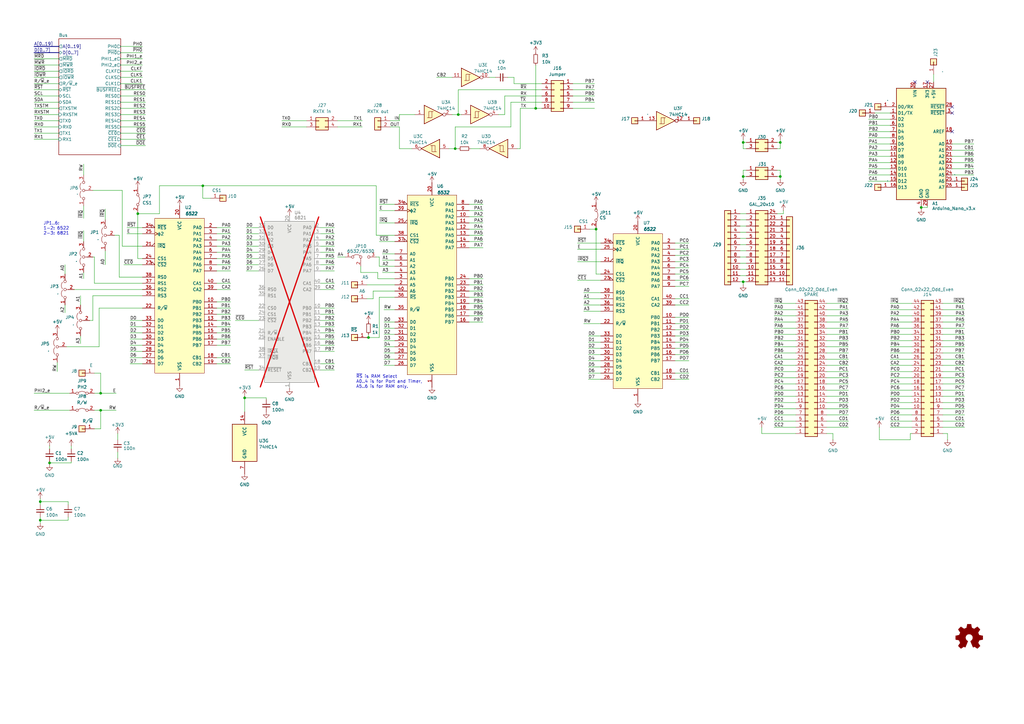
<source format=kicad_sch>
(kicad_sch (version 20231120) (generator "eeschema") (generator_version "8.0")
  (paper "A3")
  (title_block (title "Unicomp v3 - MOS Parallel Board") (date "2024-10-01") (rev "v1.0") (company "100% Offner") (comment 1 "v1.0: Initial"))
  (junction (at 41.275 168.275))
  (junction (at 304.8 72.39))
  (junction (at 16.51 213.36))
  (junction (at 320.04 58.42))
  (junction (at 41.275 161.29))
  (junction (at 244.475 93.98))
  (junction (at 377.825 85.09))
  (junction (at 219.71 44.45))
  (junction (at 151.13 138.43))
  (junction (at 304.8 58.42))
  (junction (at 16.51 205.74))
  (junction (at 56.515 87.63))
  (junction (at 320.04 72.39))
  (junction (at 186.69 60.96))
  (junction (at 187.96 46.99))
  (junction (at 20.32 189.865))
  (junction (at 100.33 163.195))
  (junction (at 304.8 115.57))
  (junction (at 83.185 76.2))
  (no_connect (at 380.365 33.655))
  (no_connect (at 375.285 33.655))
  (no_connect (at 390.525 53.975))
  (no_connect (at 390.525 43.815))
  (no_connect (at 390.525 46.355))
  (wire (pts (xy 241.3 150.495) (xy 246.38 150.495)))
  (wire (pts (xy 377.825 84.455) (xy 377.825 85.09)))
  (wire (pts (xy 53.34 146.685) (xy 58.42 146.685)))
  (wire (pts (xy 155.575 83.82) (xy 161.925 83.82)))
  (wire (pts (xy 83.185 76.2) (xy 154.305 76.2)))
  (wire (pts (xy 386.715 175.26) (xy 395.605 175.26)))
  (wire (pts (xy 303.53 102.87) (xy 306.07 102.87)))
  (wire (pts (xy 386.715 157.48) (xy 395.605 157.48)))
  (wire (pts (xy 151.13 138.43) (xy 155.575 138.43)))
  (wire (pts (xy 303.53 92.71) (xy 306.07 92.71)))
  (wire (pts (xy 13.97 39.37) (xy 24.13 39.37)))
  (wire (pts (xy 246.38 112.395) (xy 244.475 112.395)))
  (wire (pts (xy 88.9 136.525) (xy 94.615 136.525)))
  (wire (pts (xy 13.97 31.75) (xy 24.13 31.75)))
  (wire (pts (xy 131.445 151.765) (xy 137.16 151.765)))
  (wire (pts (xy 276.86 142.875) (xy 282.575 142.875)))
  (wire (pts (xy 386.715 129.54) (xy 395.605 129.54)))
  (wire (pts (xy 320.04 58.42) (xy 320.04 60.96)))
  (wire (pts (xy 390.525 64.135) (xy 399.415 64.135)))
  (wire (pts (xy 304.8 58.42) (xy 306.07 58.42)))
  (wire (pts (xy 13.97 41.91) (xy 24.13 41.91)))
  (wire (pts (xy 88.9 141.605) (xy 94.615 141.605)))
  (wire (pts (xy 156.845 111.76) (xy 161.925 111.76)))
  (wire (pts (xy 234.95 41.91) (xy 243.84 41.91)))
  (wire (pts (xy 131.445 111.125) (xy 137.16 111.125)))
  (wire (pts (xy 234.95 44.45) (xy 243.84 44.45)))
  (wire (pts (xy 53.34 136.525) (xy 58.42 136.525)))
  (wire (pts (xy 53.34 133.985) (xy 58.42 133.985)))
  (wire (pts (xy 241.3 140.335) (xy 246.38 140.335)))
  (wire (pts (xy 339.09 127) (xy 347.98 127)))
  (wire (pts (xy 317.5 154.94) (xy 326.39 154.94)))
  (wire (pts (xy 34.29 67.31) (xy 34.29 71.755)))
  (wire (pts (xy 49.53 34.29) (xy 58.42 34.29)))
  (wire (pts (xy 48.895 96.52) (xy 46.99 96.52)))
  (wire (pts (xy 317.5 167.64) (xy 326.39 167.64)))
  (wire (pts (xy 303.53 105.41) (xy 306.07 105.41)))
  (wire (pts (xy 131.445 93.345) (xy 137.16 93.345)))
  (wire (pts (xy 187.96 36.83) (xy 222.25 36.83)))
  (wire (pts (xy 386.715 127) (xy 395.605 127)))
  (wire (pts (xy 386.715 132.08) (xy 395.605 132.08)))
  (wire (pts (xy 131.445 128.905) (xy 137.16 128.905)))
  (wire (pts (xy 339.09 137.16) (xy 347.98 137.16)))
  (wire (pts (xy 131.445 144.145) (xy 137.16 144.145)))
  (wire (pts (xy 365.125 154.94) (xy 374.015 154.94)))
  (wire (pts (xy 210.82 31.75) (xy 210.82 34.29)))
  (wire (pts (xy 356.235 69.215) (xy 365.125 69.215)))
  (wire (pts (xy 20.32 190.5) (xy 20.32 189.865)))
  (wire (pts (xy 163.83 49.53) (xy 160.02 49.53)))
  (wire (pts (xy 210.82 34.29) (xy 222.25 34.29)))
  (wire (pts (xy 244.475 93.345) (xy 244.475 93.98)))
  (wire (pts (xy 219.71 44.45) (xy 222.25 44.45)))
  (wire (pts (xy 186.69 52.07) (xy 209.55 52.07)))
  (wire (pts (xy 157.48 137.16) (xy 161.925 137.16)))
  (wire (pts (xy 20.32 189.865) (xy 29.21 189.865)))
  (wire (pts (xy 26.67 125.095) (xy 26.67 128.27)))
  (wire (pts (xy 192.405 101.6) (xy 198.12 101.6)))
  (wire (pts (xy 317.5 132.08) (xy 326.39 132.08)))
  (wire (pts (xy 53.34 131.445) (xy 58.42 131.445)))
  (wire (pts (xy 276.86 140.335) (xy 282.575 140.335)))
  (wire (pts (xy 192.405 132.08) (xy 198.12 132.08)))
  (wire (pts (xy 192.405 114.3) (xy 198.12 114.3)))
  (wire (pts (xy 317.5 127) (xy 326.39 127)))
  (wire (pts (xy 386.715 124.46) (xy 395.605 124.46)))
  (wire (pts (xy 50.8 108.585) (xy 58.42 108.585)))
  (wire (pts (xy 209.55 41.91) (xy 222.25 41.91)))
  (wire (pts (xy 276.86 114.935) (xy 282.575 114.935)))
  (wire (pts (xy 40.64 126.365) (xy 40.64 142.24)))
  (wire (pts (xy 320.04 60.96) (xy 318.77 60.96)))
  (wire (pts (xy 41.275 175.895) (xy 41.275 168.275)))
  (wire (pts (xy 187.96 46.99) (xy 185.42 46.99)))
  (wire (pts (xy 43.18 102.87) (xy 43.18 108.585)))
  (wire (pts (xy 276.86 155.575) (xy 282.575 155.575)))
  (wire (pts (xy 365.125 129.54) (xy 374.015 129.54)))
  (wire (pts (xy 304.8 72.39) (xy 304.8 73.66)))
  (wire (pts (xy 100.33 162.56) (xy 100.33 163.195)))
  (wire (pts (xy 168.91 60.96) (xy 163.83 60.96)))
  (wire (pts (xy 49.53 46.99) (xy 59.69 46.99)))
  (wire (pts (xy 303.53 97.79) (xy 306.07 97.79)))
  (wire (pts (xy 154.94 114.3) (xy 161.925 114.3)))
  (wire (pts (xy 23.495 148.59) (xy 23.495 152.4)))
  (wire (pts (xy 88.9 108.585) (xy 94.615 108.585)))
  (wire (pts (xy 38.1 121.285) (xy 58.42 121.285)))
  (wire (pts (xy 386.715 147.32) (xy 395.605 147.32)))
  (wire (pts (xy 156.845 106.68) (xy 161.925 106.68)))
  (wire (pts (xy 219.71 26.67) (xy 219.71 44.45)))
  (wire (pts (xy 150.495 122.555) (xy 153.035 122.555)))
  (wire (pts (xy 380.365 85.09) (xy 380.365 84.455)))
  (wire (pts (xy 13.97 46.99) (xy 24.13 46.99)))
  (wire (pts (xy 386.715 160.02) (xy 395.605 160.02)))
  (wire (pts (xy 157.48 142.24) (xy 161.925 142.24)))
  (wire (pts (xy 234.95 34.29) (xy 243.84 34.29)))
  (wire (pts (xy 49.53 54.61) (xy 59.69 54.61)))
  (wire (pts (xy 88.9 103.505) (xy 94.615 103.505)))
  (wire (pts (xy 365.125 137.16) (xy 374.015 137.16)))
  (wire (pts (xy 276.86 104.775) (xy 282.575 104.775)))
  (wire (pts (xy 34.29 84.455) (xy 34.29 89.535)))
  (wire (pts (xy 53.34 141.605) (xy 58.42 141.605)))
  (wire (pts (xy 13.97 54.61) (xy 24.13 54.61)))
  (wire (pts (xy 138.43 105.41) (xy 141.605 105.41)))
  (wire (pts (xy 13.97 161.29) (xy 28.575 161.29)))
  (wire (pts (xy 339.09 157.48) (xy 347.98 157.48)))
  (wire (pts (xy 192.405 121.92) (xy 198.12 121.92)))
  (wire (pts (xy 303.53 110.49) (xy 306.07 110.49)))
  (wire (pts (xy 303.53 107.95) (xy 306.07 107.95)))
  (wire (pts (xy 390.525 69.215) (xy 399.415 69.215)))
  (wire (pts (xy 38.735 105.41) (xy 38.735 116.205)))
  (wire (pts (xy 27.94 213.36) (xy 16.51 213.36)))
  (wire (pts (xy 304.8 115.57) (xy 306.07 115.57)))
  (wire (pts (xy 317.5 170.18) (xy 326.39 170.18)))
  (wire (pts (xy 365.125 175.26) (xy 374.015 175.26)))
  (wire (pts (xy 276.86 125.095) (xy 282.575 125.095)))
  (wire (pts (xy 88.9 133.985) (xy 94.615 133.985)))
  (wire (pts (xy 358.775 46.355) (xy 365.125 46.355)))
  (wire (pts (xy 339.09 147.32) (xy 347.98 147.32)))
  (wire (pts (xy 157.48 132.08) (xy 161.925 132.08)))
  (wire (pts (xy 239.395 120.015) (xy 246.38 120.015)))
  (wire (pts (xy 373.38 177.8) (xy 373.38 180.34)))
  (wire (pts (xy 49.53 26.67) (xy 58.42 26.67)))
  (wire (pts (xy 304.8 60.96) (xy 306.07 60.96)))
  (wire (pts (xy 339.09 162.56) (xy 347.98 162.56)))
  (wire (pts (xy 49.53 39.37) (xy 59.69 39.37)))
  (wire (pts (xy 154.305 96.52) (xy 154.305 76.2)))
  (wire (pts (xy 151.13 137.16) (xy 151.13 138.43)))
  (wire (pts (xy 386.715 165.1) (xy 395.605 165.1)))
  (wire (pts (xy 236.855 99.695) (xy 246.38 99.695)))
  (wire (pts (xy 192.405 93.98) (xy 198.12 93.98)))
  (wire (pts (xy 207.01 39.37) (xy 207.01 46.99)))
  (wire (pts (xy 339.09 170.18) (xy 347.98 170.18)))
  (wire (pts (xy 276.86 130.175) (xy 282.575 130.175)))
  (wire (pts (xy 320.04 69.85) (xy 320.04 72.39)))
  (wire (pts (xy 153.035 122.555) (xy 153.035 119.38)))
  (wire (pts (xy 154.305 96.52) (xy 161.925 96.52)))
  (wire (pts (xy 50.165 100.965) (xy 50.165 78.105)))
  (wire (pts (xy 303.53 100.33) (xy 306.07 100.33)))
  (wire (pts (xy 192.405 91.44) (xy 198.12 91.44)))
  (wire (pts (xy 192.405 127) (xy 198.12 127)))
  (wire (pts (xy 43.18 85.725) (xy 43.18 90.17)))
  (wire (pts (xy 115.57 52.07) (xy 125.73 52.07)))
  (wire (pts (xy 88.9 126.365) (xy 94.615 126.365)))
  (wire (pts (xy 303.53 113.03) (xy 306.07 113.03)))
  (wire (pts (xy 115.57 49.53) (xy 125.73 49.53)))
  (wire (pts (xy 155.575 99.06) (xy 161.925 99.06)))
  (wire (pts (xy 386.715 170.18) (xy 395.605 170.18)))
  (wire (pts (xy 339.09 154.94) (xy 347.98 154.94)))
  (wire (pts (xy 365.125 142.24) (xy 374.015 142.24)))
  (wire (pts (xy 131.445 98.425) (xy 137.16 98.425)))
  (wire (pts (xy 88.9 128.905) (xy 94.615 128.905)))
  (wire (pts (xy 365.125 134.62) (xy 374.015 134.62)))
  (wire (pts (xy 276.86 147.955) (xy 282.575 147.955)))
  (wire (pts (xy 96.52 131.445) (xy 106.045 131.445)))
  (wire (pts (xy 304.8 72.39) (xy 306.07 72.39)))
  (wire (pts (xy 13.97 34.29) (xy 24.13 34.29)))
  (wire (pts (xy 213.36 60.96) (xy 213.36 44.45)))
  (wire (pts (xy 41.275 153.035) (xy 41.275 161.29)))
  (wire (pts (xy 373.38 177.8) (xy 374.015 177.8)))
  (wire (pts (xy 303.53 95.25) (xy 306.07 95.25)))
  (wire (pts (xy 153.035 119.38) (xy 161.925 119.38)))
  (wire (pts (xy 155.575 109.22) (xy 155.575 105.41)))
  (wire (pts (xy 356.235 64.135) (xy 365.125 64.135)))
  (wire (pts (xy 49.53 31.75) (xy 58.42 31.75)))
  (wire (pts (xy 303.53 115.57) (xy 304.8 115.57)))
  (wire (pts (xy 27.305 142.24) (xy 40.64 142.24)))
  (wire (pts (xy 49.53 41.91) (xy 59.69 41.91)))
  (bus (pts (xy 24.13 19.05) (xy 13.97 19.05)))
  (wire (pts (xy 155.575 86.36) (xy 161.925 86.36)))
  (wire (pts (xy 16.51 205.74) (xy 16.51 207.01)))
  (wire (pts (xy 365.125 167.64) (xy 374.015 167.64)))
  (wire (pts (xy 317.5 134.62) (xy 326.39 134.62)))
  (wire (pts (xy 382.905 30.48) (xy 382.905 33.655)))
  (wire (pts (xy 187.96 46.99) (xy 187.96 36.83)))
  (wire (pts (xy 239.395 125.095) (xy 246.38 125.095)))
  (wire (pts (xy 365.125 124.46) (xy 374.015 124.46)))
  (wire (pts (xy 88.9 111.125) (xy 94.615 111.125)))
  (wire (pts (xy 26.67 108.585) (xy 26.67 112.395)))
  (wire (pts (xy 13.97 57.15) (xy 24.13 57.15)))
  (wire (pts (xy 390.525 66.675) (xy 399.415 66.675)))
  (wire (pts (xy 155.575 105.41) (xy 154.305 105.41)))
  (wire (pts (xy 100.33 163.195) (xy 109.22 163.195)))
  (wire (pts (xy 131.445 149.225) (xy 137.16 149.225)))
  (wire (pts (xy 200.66 31.75) (xy 203.2 31.75)))
  (wire (pts (xy 49.53 57.15) (xy 59.69 57.15)))
  (wire (pts (xy 386.715 154.94) (xy 395.605 154.94)))
  (wire (pts (xy 339.09 129.54) (xy 347.98 129.54)))
  (wire (pts (xy 100.965 98.425) (xy 106.045 98.425)))
  (wire (pts (xy 356.235 56.515) (xy 365.125 56.515)))
  (wire (pts (xy 38.735 153.035) (xy 41.275 153.035)))
  (wire (pts (xy 88.9 95.885) (xy 94.615 95.885)))
  (wire (pts (xy 234.95 39.37) (xy 243.84 39.37)))
  (wire (pts (xy 41.275 161.29) (xy 38.735 161.29)))
  (wire (pts (xy 187.96 60.96) (xy 186.69 60.96)))
  (wire (pts (xy 131.445 95.885) (xy 137.16 95.885)))
  (wire (pts (xy 386.715 142.24) (xy 395.605 142.24)))
  (wire (pts (xy 192.405 129.54) (xy 198.12 129.54)))
  (wire (pts (xy 244.475 112.395) (xy 244.475 93.98)))
  (wire (pts (xy 317.5 124.46) (xy 326.39 124.46)))
  (wire (pts (xy 321.31 87.63) (xy 318.77 87.63)))
  (wire (pts (xy 154.94 111.76) (xy 147.955 111.76)))
  (wire (pts (xy 49.53 24.13) (xy 58.42 24.13)))
  (wire (pts (xy 147.955 111.76) (xy 147.955 109.22)))
  (wire (pts (xy 58.42 106.045) (xy 56.515 106.045)))
  (wire (pts (xy 50.165 78.105) (xy 38.1 78.105)))
  (wire (pts (xy 27.94 212.09) (xy 27.94 213.36)))
  (wire (pts (xy 16.51 214.63) (xy 16.51 213.36)))
  (wire (pts (xy 52.07 95.885) (xy 58.42 95.885)))
  (wire (pts (xy 320.04 69.85) (xy 318.77 69.85)))
  (wire (pts (xy 365.125 147.32) (xy 374.015 147.32)))
  (wire (pts (xy 241.3 153.035) (xy 246.38 153.035)))
  (wire (pts (xy 339.09 139.7) (xy 347.98 139.7)))
  (wire (pts (xy 148.59 52.07) (xy 138.43 52.07)))
  (wire (pts (xy 49.53 49.53) (xy 59.69 49.53)))
  (wire (pts (xy 276.86 107.315) (xy 282.575 107.315)))
  (wire (pts (xy 53.34 149.225) (xy 58.42 149.225)))
  (wire (pts (xy 16.51 213.36) (xy 16.51 212.09)))
  (wire (pts (xy 154.94 114.3) (xy 154.94 111.76)))
  (wire (pts (xy 276.86 145.415) (xy 282.575 145.415)))
  (wire (pts (xy 163.83 52.07) (xy 160.02 52.07)))
  (wire (pts (xy 88.9 123.825) (xy 94.615 123.825)))
  (wire (pts (xy 339.09 144.78) (xy 347.98 144.78)))
  (wire (pts (xy 131.445 133.985) (xy 137.16 133.985)))
  (wire (pts (xy 13.97 36.83) (xy 24.13 36.83)))
  (wire (pts (xy 365.125 172.72) (xy 374.015 172.72)))
  (wire (pts (xy 339.09 142.24) (xy 347.98 142.24)))
  (wire (pts (xy 13.97 52.07) (xy 24.13 52.07)))
  (wire (pts (xy 131.445 108.585) (xy 137.16 108.585)))
  (wire (pts (xy 49.53 52.07) (xy 59.69 52.07)))
  (wire (pts (xy 88.9 146.685) (xy 94.615 146.685)))
  (wire (pts (xy 317.5 149.86) (xy 326.39 149.86)))
  (wire (pts (xy 36.83 131.445) (xy 38.1 131.445)))
  (wire (pts (xy 239.395 127.635) (xy 246.38 127.635)))
  (wire (pts (xy 212.09 60.96) (xy 213.36 60.96)))
  (wire (pts (xy 100.33 163.195) (xy 100.33 168.91)))
  (wire (pts (xy 390.525 59.055) (xy 399.415 59.055)))
  (wire (pts (xy 303.53 87.63) (xy 306.07 87.63)))
  (wire (pts (xy 34.29 111.76) (xy 34.29 114.3)))
  (wire (pts (xy 388.62 177.8) (xy 388.62 180.34)))
  (wire (pts (xy 27.94 205.74) (xy 27.94 207.01)))
  (wire (pts (xy 365.125 152.4) (xy 374.015 152.4)))
  (wire (pts (xy 386.715 149.86) (xy 395.605 149.86)))
  (wire (pts (xy 148.59 49.53) (xy 138.43 49.53)))
  (wire (pts (xy 29.21 189.23) (xy 29.21 189.865)))
  (wire (pts (xy 365.125 149.86) (xy 374.015 149.86)))
  (wire (pts (xy 157.48 144.78) (xy 161.925 144.78)))
  (wire (pts (xy 189.23 46.99) (xy 187.96 46.99)))
  (wire (pts (xy 48.895 113.665) (xy 48.895 96.52)))
  (wire (pts (xy 360.68 175.26) (xy 360.68 180.34)))
  (wire (pts (xy 207.01 46.99) (xy 204.47 46.99)))
  (wire (pts (xy 65.405 87.63) (xy 56.515 87.63)))
  (wire (pts (xy 88.9 116.205) (xy 94.615 116.205)))
  (wire (pts (xy 365.125 139.7) (xy 374.015 139.7)))
  (wire (pts (xy 386.715 162.56) (xy 395.605 162.56)))
  (wire (pts (xy 317.5 162.56) (xy 326.39 162.56)))
  (wire (pts (xy 157.48 149.86) (xy 161.925 149.86)))
  (wire (pts (xy 236.855 102.235) (xy 246.38 102.235)))
  (wire (pts (xy 49.53 36.83) (xy 59.69 36.83)))
  (wire (pts (xy 150.495 138.43) (xy 151.13 138.43)))
  (wire (pts (xy 38.735 175.895) (xy 41.275 175.895)))
  (wire (pts (xy 208.28 31.75) (xy 210.82 31.75)))
  (wire (pts (xy 377.825 85.09) (xy 377.825 85.725)))
  (wire (pts (xy 49.53 59.69) (xy 59.69 59.69)))
  (wire (pts (xy 192.405 124.46) (xy 198.12 124.46)))
  (wire (pts (xy 196.85 60.96) (xy 193.04 60.96)))
  (wire (pts (xy 186.69 60.96) (xy 184.15 60.96)))
  (wire (pts (xy 156.845 104.14) (xy 161.925 104.14)))
  (wire (pts (xy 13.97 29.21) (xy 24.13 29.21)))
  (wire (pts (xy 365.125 165.1) (xy 374.015 165.1)))
  (wire (pts (xy 317.5 175.26) (xy 326.39 175.26)))
  (wire (pts (xy 41.275 168.275) (xy 38.735 168.275)))
  (wire (pts (xy 339.09 132.08) (xy 347.98 132.08)))
  (wire (pts (xy 83.185 81.28) (xy 83.185 76.2)))
  (wire (pts (xy 157.48 147.32) (xy 161.925 147.32)))
  (wire (pts (xy 56.515 86.995) (xy 56.515 87.63)))
  (wire (pts (xy 241.935 93.98) (xy 244.475 93.98)))
  (wire (pts (xy 236.855 114.935) (xy 246.38 114.935)))
  (wire (pts (xy 386.715 134.62) (xy 395.605 134.62)))
  (wire (pts (xy 239.395 122.555) (xy 246.38 122.555)))
  (wire (pts (xy 339.09 165.1) (xy 347.98 165.1)))
  (wire (pts (xy 192.405 99.06) (xy 198.12 99.06)))
  (wire (pts (xy 339.09 177.8) (xy 341.63 177.8)))
  (wire (pts (xy 48.26 185.42) (xy 48.26 187.96)))
  (wire (pts (xy 131.445 126.365) (xy 137.16 126.365)))
  (wire (pts (xy 209.55 52.07) (xy 209.55 41.91)))
  (wire (pts (xy 276.86 137.795) (xy 282.575 137.795)))
  (wire (pts (xy 356.235 51.435) (xy 365.125 51.435)))
  (wire (pts (xy 100.965 95.885) (xy 106.045 95.885)))
  (wire (pts (xy 192.405 116.84) (xy 198.12 116.84)))
  (wire (pts (xy 13.97 44.45) (xy 24.13 44.45)))
  (wire (pts (xy 304.8 116.84) (xy 304.8 115.57)))
  (wire (pts (xy 339.09 134.62) (xy 347.98 134.62)))
  (wire (pts (xy 83.185 76.2) (xy 65.405 76.2)))
  (wire (pts (xy 41.275 161.29) (xy 47.625 161.29)))
  (wire (pts (xy 150.495 116.84) (xy 161.925 116.84)))
  (wire (pts (xy 131.445 136.525) (xy 137.16 136.525)))
  (wire (pts (xy 88.9 139.065) (xy 94.615 139.065)))
  (wire (pts (xy 131.445 118.745) (xy 137.16 118.745)))
  (wire (pts (xy 276.86 112.395) (xy 282.575 112.395)))
  (wire (pts (xy 49.53 19.05) (xy 58.42 19.05)))
  (wire (pts (xy 377.825 85.09) (xy 380.365 85.09)))
  (wire (pts (xy 339.09 152.4) (xy 347.98 152.4)))
  (wire (pts (xy 192.405 83.82) (xy 198.12 83.82)))
  (wire (pts (xy 100.965 93.345) (xy 106.045 93.345)))
  (wire (pts (xy 386.715 167.64) (xy 395.605 167.64)))
  (wire (pts (xy 155.575 121.92) (xy 155.575 138.43)))
  (wire (pts (xy 192.405 86.36) (xy 198.12 86.36)))
  (wire (pts (xy 276.86 109.855) (xy 282.575 109.855)))
  (wire (pts (xy 109.22 163.195) (xy 109.22 163.83)))
  (wire (pts (xy 192.405 96.52) (xy 198.12 96.52)))
  (wire (pts (xy 241.3 147.955) (xy 246.38 147.955)))
  (wire (pts (xy 65.405 76.2) (xy 65.405 87.63)))
  (wire (pts (xy 131.445 100.965) (xy 137.16 100.965)))
  (wire (pts (xy 356.235 59.055) (xy 365.125 59.055)))
  (wire (pts (xy 49.53 21.59) (xy 58.42 21.59)))
  (wire (pts (xy 170.18 46.99) (xy 163.83 46.99)))
  (wire (pts (xy 13.97 24.13) (xy 24.13 24.13)))
  (wire (pts (xy 356.235 74.295) (xy 365.125 74.295)))
  (wire (pts (xy 317.5 142.24) (xy 326.39 142.24)))
  (wire (pts (xy 239.395 132.715) (xy 246.38 132.715)))
  (wire (pts (xy 13.97 26.67) (xy 24.13 26.67)))
  (wire (pts (xy 317.5 144.78) (xy 326.39 144.78)))
  (wire (pts (xy 320.04 72.39) (xy 320.04 73.66)))
  (wire (pts (xy 38.1 131.445) (xy 38.1 121.285)))
  (wire (pts (xy 38.1 105.41) (xy 38.735 105.41)))
  (wire (pts (xy 365.125 170.18) (xy 374.015 170.18)))
  (wire (pts (xy 155.575 91.44) (xy 161.925 91.44)))
  (wire (pts (xy 317.5 152.4) (xy 326.39 152.4)))
  (wire (pts (xy 49.53 44.45) (xy 59.69 44.45)))
  (wire (pts (xy 276.86 135.255) (xy 282.575 135.255)))
  (wire (pts (xy 40.64 126.365) (xy 58.42 126.365)))
  (wire (pts (xy 320.04 57.15) (xy 320.04 58.42)))
  (wire (pts (xy 276.86 99.695) (xy 282.575 99.695)))
  (wire (pts (xy 386.715 172.72) (xy 395.605 172.72)))
  (wire (pts (xy 390.525 71.755) (xy 399.415 71.755)))
  (wire (pts (xy 131.445 139.065) (xy 137.16 139.065)))
  (wire (pts (xy 317.5 147.32) (xy 326.39 147.32)))
  (wire (pts (xy 33.02 137.795) (xy 33.02 140.97)))
  (wire (pts (xy 241.3 137.795) (xy 246.38 137.795)))
  (wire (pts (xy 234.95 36.83) (xy 243.84 36.83)))
  (wire (pts (xy 317.5 129.54) (xy 326.39 129.54)))
  (wire (pts (xy 365.125 127) (xy 374.015 127)))
  (wire (pts (xy 53.34 139.065) (xy 58.42 139.065)))
  (wire (pts (xy 100.965 106.045) (xy 106.045 106.045)))
  (wire (pts (xy 52.07 93.345) (xy 58.42 93.345)))
  (wire (pts (xy 356.235 71.755) (xy 365.125 71.755)))
  (wire (pts (xy 100.33 151.765) (xy 106.045 151.765)))
  (wire (pts (xy 100.965 111.125) (xy 106.045 111.125)))
  (wire (pts (xy 241.3 145.415) (xy 246.38 145.415)))
  (wire (pts (xy 339.09 175.26) (xy 347.98 175.26)))
  (wire (pts (xy 339.09 160.02) (xy 347.98 160.02)))
  (wire (pts (xy 49.53 29.21) (xy 58.42 29.21)))
  (wire (pts (xy 155.575 121.92) (xy 161.925 121.92)))
  (wire (pts (xy 356.235 61.595) (xy 365.125 61.595)))
  (wire (pts (xy 317.5 157.48) (xy 326.39 157.48)))
  (wire (pts (xy 276.86 117.475) (xy 282.575 117.475)))
  (wire (pts (xy 276.86 153.035) (xy 282.575 153.035)))
  (wire (pts (xy 88.9 118.745) (xy 94.615 118.745)))
  (wire (pts (xy 356.235 48.895) (xy 365.125 48.895)))
  (wire (pts (xy 20.32 182.88) (xy 20.32 184.15)))
  (wire (pts (xy 192.405 88.9) (xy 198.12 88.9)))
  (wire (pts (xy 365.125 157.48) (xy 374.015 157.48)))
  (wire (pts (xy 131.445 141.605) (xy 137.16 141.605)))
  (wire (pts (xy 16.51 205.74) (xy 27.94 205.74)))
  (wire (pts (xy 317.5 160.02) (xy 326.39 160.02)))
  (wire (pts (xy 356.235 53.975) (xy 365.125 53.975)))
  (wire (pts (xy 53.34 144.145) (xy 58.42 144.145)))
  (wire (pts (xy 163.83 46.99) (xy 163.83 49.53)))
  (wire (pts (xy 157.48 134.62) (xy 161.925 134.62)))
  (wire (pts (xy 365.125 144.78) (xy 374.015 144.78)))
  (wire (pts (xy 320.04 72.39) (xy 318.77 72.39)))
  (wire (pts (xy 48.26 177.8) (xy 48.26 180.34)))
  (wire (pts (xy 13.97 49.53) (xy 24.13 49.53)))
  (wire (pts (xy 163.83 60.96) (xy 163.83 52.07)))
  (wire (pts (xy 155.575 109.22) (xy 161.925 109.22)))
  (wire (pts (xy 131.445 106.045) (xy 137.16 106.045)))
  (wire (pts (xy 157.48 139.7) (xy 161.925 139.7)))
  (wire (pts (xy 365.125 162.56) (xy 374.015 162.56)))
  (bus (pts (xy 24.13 21.59) (xy 13.97 21.59)))
  (wire (pts (xy 304.8 57.15) (xy 304.8 58.42)))
  (wire (pts (xy 390.525 61.595) (xy 399.415 61.595)))
  (wire (pts (xy 386.715 144.78) (xy 395.605 144.78)))
  (wire (pts (xy 100.965 100.965) (xy 106.045 100.965)))
  (wire (pts (xy 276.86 132.715) (xy 282.575 132.715)))
  (wire (pts (xy 317.5 139.7) (xy 326.39 139.7)))
  (wire (pts (xy 365.125 132.08) (xy 374.015 132.08)))
  (wire (pts (xy 236.855 107.315) (xy 246.38 107.315)))
  (wire (pts (xy 386.715 137.16) (xy 395.605 137.16)))
  (wire (pts (xy 88.9 100.965) (xy 94.615 100.965)))
  (wire (pts (xy 386.715 177.8) (xy 388.62 177.8)))
  (wire (pts (xy 365.125 160.02) (xy 374.015 160.02)))
  (wire (pts (xy 360.68 180.34) (xy 373.38 180.34)))
  (wire (pts (xy 312.42 177.8) (xy 326.39 177.8)))
  (wire (pts (xy 131.445 131.445) (xy 137.16 131.445)))
  (wire (pts (xy 276.86 122.555) (xy 282.575 122.555)))
  (wire (pts (xy 30.48 118.745) (xy 58.42 118.745)))
  (wire (pts (xy 88.9 131.445) (xy 94.615 131.445)))
  (wire (pts (xy 192.405 119.38) (xy 198.12 119.38)))
  (wire (pts (xy 356.235 66.675) (xy 365.125 66.675)))
  (wire (pts (xy 34.29 94.615) (xy 34.29 99.06)))
  (wire (pts (xy 157.48 127) (xy 161.925 127)))
  (wire (pts (xy 186.69 60.96) (xy 186.69 52.07)))
  (wire (pts (xy 317.5 137.16) (xy 326.39 137.16)))
  (wire (pts (xy 241.3 142.875) (xy 246.38 142.875)))
  (wire (pts (xy 88.9 106.045) (xy 94.615 106.045)))
  (wire (pts (xy 13.97 168.275) (xy 28.575 168.275)))
  (wire (pts (xy 33.02 121.285) (xy 33.02 125.095)))
  (wire (pts (xy 20.32 189.865) (xy 20.32 189.23)))
  (wire (pts (xy 131.445 116.205) (xy 137.16 116.205)))
  (wire (pts (xy 339.09 167.64) (xy 347.98 167.64)))
  (wire (pts (xy 86.36 81.28) (xy 83.185 81.28)))
  (wire (pts (xy 304.8 69.85) (xy 306.07 69.85)))
  (wire (pts (xy 339.09 124.46) (xy 347.98 124.46)))
  (wire (pts (xy 321.31 86.36) (xy 321.31 87.63)))
  (wire (pts (xy 48.895 113.665) (xy 58.42 113.665)))
  (wire (pts (xy 38.735 116.205) (xy 58.42 116.205)))
  (wire (pts (xy 88.9 149.225) (xy 94.615 149.225)))
  (wire (pts (xy 320.04 58.42) (xy 318.77 58.42)))
  (wire (pts (xy 317.5 172.72) (xy 326.39 172.72)))
  (wire (pts (xy 386.715 152.4) (xy 395.605 152.4)))
  (wire (pts (xy 16.51 204.47) (xy 16.51 205.74)))
  (wire (pts (xy 88.9 93.345) (xy 94.615 93.345)))
  (wire (pts (xy 56.515 106.045) (xy 56.515 87.63)))
  (wire (pts (xy 339.09 172.72) (xy 347.98 172.72)))
  (wire (pts (xy 213.36 44.45) (xy 219.71 44.45)))
  (wire (pts (xy 304.8 69.85) (xy 304.8 72.39)))
  (wire (pts (xy 29.21 182.88) (xy 29.21 184.15)))
  (wire (pts (xy 100.965 103.505) (xy 106.045 103.505)))
  (wire (pts (xy 304.8 58.42) (xy 304.8 60.96)))
  (wire (pts (xy 303.53 90.17) (xy 306.07 90.17)))
  (wire (pts (xy 41.275 168.275) (xy 47.625 168.275)))
  (wire (pts (xy 131.445 103.505) (xy 137.16 103.505)))
  (wire (pts (xy 312.42 175.26) (xy 312.42 177.8)))
  (wire (pts (xy 241.3 155.575) (xy 246.38 155.575)))
  (wire (pts (xy 339.09 149.86) (xy 347.98 149.86)))
  (wire (pts (xy 100.965 108.585) (xy 106.045 108.585)))
  (wire (pts (xy 88.9 98.425) (xy 94.615 98.425)))
  (wire (pts (xy 276.86 102.235) (xy 282.575 102.235)))
  (wire (pts (xy 341.63 177.8) (xy 341.63 180.34)))
  (wire (pts (xy 185.42 31.75) (xy 179.07 31.75)))
  (wire (pts (xy 386.715 139.7) (xy 395.605 139.7)))
  (wire (pts (xy 207.01 39.37) (xy 222.25 39.37)))
  (wire (pts (xy 50.165 100.965) (xy 58.42 100.965)))
  (wire (pts (xy 317.5 165.1) (xy 326.39 165.1)))
  (text "~{RS} is RAM Select\nA0..4 is for Port and Timer,\nA5..6 is for RAM only." (at 146.05 159.385 0) (effects (font (size 1.27 1.27)) (justify left bottom)))
  (text "JP1..6:\n1-2: 6522\n2-3: 6821" (at 17.78 96.52 0) (effects (font (size 1.27 1.27)) (justify left bottom)))
  (label "PA5" (at 198.12 96.52 180))
  (label "D6" (at 100.965 108.585 0))
  (label "PC3" (at 395.605 154.94 180))
  (label "~{IOWR}" (at 13.97 31.75 0))
  (label "PA7" (at 94.615 111.125 180))
  (label "PD7" (at 282.575 147.955 180))
  (label "PB7" (at 94.615 141.605 180))
  (label "IN" (at 163.83 49.53 180))
  (label "SDA" (at 13.97 41.91 0))
  (label "PA1" (at 356.235 59.055 0))
  (label "D5" (at 100.965 106.045 0))
  (label "PC5" (at 347.98 157.48 180))
  (label "PA3" (at 395.605 129.54 180))
  (label "PA4" (at 365.125 132.08 0))
  (label "PB0" (at 317.5 137.16 0))
  (label "PD3" (at 282.575 137.795 180))
  (label "RES3" (at 59.69 46.99 180))
  (label "PB7" (at 137.16 144.145 180))
  (label "D4" (at 100.965 103.505 0))
  (label "PB1" (at 356.235 51.435 0))
  (label "PC3" (at 347.98 154.94 180))
  (label "A2" (at 26.67 128.27 90))
  (label "PB6" (at 399.415 64.135 180))
  (label "PB2" (at 94.615 128.905 180))
  (label "TX" (at 215.9 44.45 180))
  (label "RW" (at 34.29 67.31 270))
  (label "PA4" (at 317.5 132.08 0))
  (label "PA6" (at 198.12 99.06 180))
  (label "~{IRQ}" (at 155.575 91.44 0))
  (label "D7" (at 157.48 149.86 0))
  (label "PA6" (at 365.125 134.62 0))
  (label "PA7" (at 243.84 36.83 180))
  (label "PD5" (at 395.605 167.64 180))
  (label "~{RST}" (at 236.855 99.695 0))
  (label "PHI2_e" (at 58.42 26.67 180))
  (label "PD4" (at 282.575 140.335 180))
  (label "PA6" (at 137.16 108.585 180))
  (label "CB2" (at 347.98 149.86 180))
  (label "PA6" (at 94.615 108.585 180))
  (label "~{IRQ2}" (at 236.855 107.315 0))
  (label "D2" (at 157.48 137.16 0))
  (label "D3" (at 241.3 145.415 0))
  (label "D2" (at 53.34 136.525 0))
  (label "TX0" (at 13.97 49.53 0))
  (label "PC7" (at 395.605 160.02 180))
  (label "CB1" (at 399.415 61.595 180))
  (label "PD3" (at 347.98 165.1 180))
  (label "A3" (at 239.395 127.635 0))
  (label "PB1" (at 198.12 116.84 180))
  (label "PD6" (at 365.125 170.18 0))
  (label "~{IRQ}" (at 34.29 89.535 90))
  (label "CA1" (at 94.615 116.205 180))
  (label "PH0" (at 58.42 19.05 180))
  (label "PD2" (at 317.5 165.1 0))
  (label "A2" (at 239.395 125.095 0))
  (label "TXSTM" (at 13.97 44.45 0))
  (label "PB6" (at 365.125 144.78 0))
  (label "PA5" (at 94.615 106.045 180))
  (label "PA1" (at 198.12 86.36 180))
  (label "CLKS" (at 58.42 31.75 180))
  (label "PB4" (at 399.415 69.215 180))
  (label "D6" (at 157.48 147.32 0))
  (label "RW" (at 157.48 127 0))
  (label "A1" (at 33.02 121.285 270))
  (label "PB5" (at 94.615 136.525 180))
  (label "PB1" (at 347.98 137.16 180))
  (label "PB4" (at 137.16 136.525 180))
  (label "PB0" (at 94.615 123.825 180))
  (label "A0" (at 239.395 120.015 0))
  (label "A3" (at 33.02 140.97 90))
  (label "TX1" (at 13.97 54.61 0))
  (label "PC2" (at 365.125 154.94 0))
  (label "RX1" (at 13.97 57.15 0))
  (label "CC1" (at 365.125 172.72 0))
  (label "A0" (at 43.18 108.585 90))
  (label "PB3" (at 137.16 133.985 180))
  (label "PB6" (at 317.5 144.78 0))
  (label "PB6" (at 198.12 129.54 180))
  (label "PB0" (at 243.84 39.37 180))
  (label "~{RX}" (at 213.36 36.83 0))
  (label "~{RST}" (at 155.575 83.82 0))
  (label "PC1" (at 395.605 152.4 180))
  (label "~{IRQ}" (at 365.125 124.46 0))
  (label "D1" (at 53.34 133.985 0))
  (label "PC6" (at 365.125 160.02 0))
  (label "A1" (at 239.395 122.555 0))
  (label "A1" (at 34.29 114.3 90))
  (label "~{RST}" (at 13.97 36.83 0))
  (label "R{slash}~{W}_e" (at 13.97 34.29 0))
  (label "~{PH0}" (at 58.42 21.59 180))
  (label "A4" (at 138.43 105.41 0))
  (label "CLKF" (at 58.42 29.21 180))
  (label "D0" (at 100.965 93.345 0))
  (label "PB4" (at 198.12 124.46 180))
  (label "PD5" (at 282.575 142.875 180))
  (label "D1" (at 100.965 95.885 0))
  (label "~{IRQ}" (at 317.5 124.46 0))
  (label "PA3" (at 198.12 91.44 180))
  (label "PB6" (at 137.16 141.605 180))
  (label "PA0" (at 356.235 56.515 0))
  (label "PA1" (at 395.605 127 180))
  (label "A1" (at 156.845 106.68 0))
  (label "D4" (at 157.48 142.24 0))
  (label "D1" (at 241.3 140.335 0))
  (label "PB5" (at 399.415 66.675 180))
  (label "PC6" (at 317.5 160.02 0))
  (label "PA6" (at 356.235 71.755 0))
  (label "PA2" (at 317.5 129.54 0))
  (label "~{RST}" (at 52.07 93.345 0))
  (label "~{TX}" (at 213.36 41.91 0))
  (label "PA4" (at 94.615 103.505 180))
  (label "PD1" (at 347.98 162.56 180))
  (label "PC2" (at 282.575 104.775 180))
  (label "CC2" (at 317.5 175.26 0))
  (label "CA2" (at 365.125 149.86 0))
  (label "PA4" (at 137.16 103.505 180))
  (label "~{IORD}" (at 13.97 29.21 0))
  (label "CA1" (at 356.235 74.295 0))
  (label "PA0" (at 317.5 127 0))
  (label "CD2" (at 395.605 175.26 180))
  (label "~{IRQ2}" (at 347.98 124.46 180))
  (label "D0" (at 53.34 131.445 0))
  (label "PA2" (at 137.16 98.425 180))
  (label "RW" (at 47.625 168.275 180))
  (label "PB6" (at 94.615 139.065 180))
  (label "PA3" (at 94.615 100.965 180))
  (label "PB3" (at 94.615 131.445 180))
  (label "D5" (at 157.48 144.78 0))
  (label "D3" (at 53.34 139.065 0))
  (label "RX0" (at 115.57 52.07 0))
  (label "PC4" (at 365.125 157.48 0))
  (label "PC1" (at 347.98 152.4 180))
  (label "PB1" (at 137.16 128.905 180))
  (label "~{IRQ}" (at 34.29 94.615 270))
  (label "PA2" (at 94.615 98.425 180))
  (label "PD4" (at 365.125 167.64 0))
  (label "PA7" (at 137.16 111.125 180))
  (label "TX0" (at 115.57 49.53 0))
  (label "D6" (at 241.3 153.035 0))
  (label "PA5" (at 137.16 106.045 180))
  (label "PA7" (at 347.98 134.62 180))
  (label "D7" (at 241.3 155.575 0))
  (label "PB7" (at 243.84 34.29 180))
  (label "D3" (at 157.48 139.7 0))
  (label "~{CE0}" (at 59.69 54.61 180))
  (label "~{CE0}" (at 155.575 99.06 0))
  (label "A0" (at 26.67 108.585 270))
  (label "R{slash}~{W}_e" (at 13.97 168.275 0))
  (label "SCL" (at 13.97 39.37 0))
  (label "E" (at 155.575 86.36 0))
  (label "RES0" (at 59.69 39.37 180))
  (label "CLK1" (at 58.42 34.29 180))
  (label "PB1" (at 94.615 126.365 180))
  (label "CB2" (at 395.605 149.86 180))
  (label "PC0" (at 282.575 99.695 180))
  (label "PB7" (at 395.605 144.78 180))
  (label "PB7" (at 399.415 59.055 180))
  (label "PB2" (at 365.125 139.7 0))
  (label "PHI2_e" (at 13.97 161.29 0))
  (label "PB7" (at 198.12 132.08 180))
  (label "PB3" (at 399.415 71.755 180))
  (label "PA1" (at 137.16 95.885 180))
  (label "CB2" (at 179.07 31.75 0))
  (label "CD1" (at 282.575 153.035 180))
  (label "PC3" (at 282.575 107.315 180))
  (label "PD3" (at 395.605 165.1 180))
  (label "TX1" (at 148.59 49.53 180))
  (label "PA4" (at 356.235 66.675 0))
  (label "PA1" (at 347.98 127 180))
  (label "PD6" (at 282.575 145.415 180))
  (label "D[0..7]" (at 13.97 21.59 0))
  (label "CA2" (at 137.16 118.745 180))
  (label "PA0" (at 365.125 127 0))
  (label "PD7" (at 347.98 170.18 180))
  (label "PD6" (at 317.5 170.18 0))
  (label "~{MWR}" (at 13.97 26.67 0))
  (label "~{CE0}" (at 96.52 131.445 0))
  (label "PC0" (at 317.5 152.4 0))
  (label "D5" (at 241.3 150.495 0))
  (label "CB1" (at 347.98 147.32 180))
  (label "A2" (at 156.845 109.22 0))
  (label "CB2" (at 94.615 149.225 180))
  (label "RXSTM" (at 13.97 46.99 0))
  (label "RW" (at 239.395 132.715 0))
  (label "A3" (at 156.845 111.76 0))
  (label "PA6" (at 317.5 134.62 0))
  (label "~{IRQ}" (at 43.18 85.725 270))
  (label "PD4" (at 317.5 167.64 0))
  (label "~{CE1}" (at 59.69 57.15 180))
  (label "PB5" (at 137.16 139.065 180))
  (label "CA1" (at 365.125 147.32 0))
  (label "CD2" (at 347.98 175.26 180))
  (label "CB1" (at 94.615 146.685 180))
  (label "PB7" (at 347.98 144.78 180))
  (label "OUT" (at 163.83 52.07 180))
  (label "PB0" (at 356.235 48.895 0))
  (label "PA5" (at 395.605 132.08 180))
  (label "PB4" (at 317.5 142.24 0))
  (label "PD0" (at 282.575 130.175 180))
  (label "CA1" (at 137.16 116.205 180))
  (label "RW" (at 23.495 152.4 90))
  (label "RX" (at 213.36 39.37 0))
  (label "PA0" (at 94.615 93.345 180))
  (label "PB4" (at 94.615 133.985 180))
  (label "D5" (at 53.34 144.145 0))
  (label "PB0" (at 198.12 114.3 180))
  (label "PB3" (at 198.12 121.92 180))
  (label "PA2" (at 198.12 88.9 180))
  (label "CD1" (at 395.605 172.72 180))
  (label "PD0" (at 365.125 162.56 0))
  (label "PB5" (at 395.605 142.24 180))
  (label "PA5" (at 347.98 132.08 180))
  (label "PA5" (at 356.235 69.215 0))
  (label "PD1" (at 282.575 132.715 180))
  (label "PB5" (at 347.98 142.24 180))
  (label "PA3" (at 347.98 129.54 180))
  (label "PC6" (at 282.575 114.935 180))
  (label "PA4" (at 198.12 93.98 180))
  (label "D3" (at 100.965 100.965 0))
  (label "~{BUSFREE}" (at 59.69 36.83 180))
  (label "CC2" (at 282.575 125.095 180))
  (label "PB1" (at 395.605 137.16 180))
  (label "D1" (at 157.48 134.62 0))
  (label "PC7" (at 282.575 117.475 180))
  (label "E" (at 47.625 161.29 180))
  (label "PA3" (at 356.235 64.135 0))
  (label "PB3" (at 395.605 139.7 180))
  (label "~{CE0}" (at 50.8 108.585 0))
  (label "CA2" (at 317.5 149.86 0))
  (label "PB2" (at 198.12 119.38 180))
  (label "PC1" (at 282.575 102.235 180))
  (label "D6" (at 53.34 146.685 0))
  (label "PB0" (at 365.125 137.16 0))
  (label "PA0" (at 137.16 93.345 180))
  (label "~{CE1}" (at 236.855 114.935 0))
  (label "PB3" (at 347.98 139.7 180))
  (label "PC7" (at 347.98 160.02 180))
  (label "PC4" (at 282.575 109.855 180))
  (label "PD2" (at 365.125 165.1 0))
  (label "CC1" (at 317.5 172.72 0))
  (label "A[0..19]" (at 13.97 19.05 0))
  (label "CB1" (at 137.16 149.225 180))
  (label "E" (at 52.07 95.885 0))
  (label "D7" (at 53.34 149.225 0))
  (label "PC5" (at 282.575 112.395 180))
  (label "PB5" (at 198.12 127 180))
  (label "~{MRD}" (at 13.97 24.13 0))
  (label "PA1" (at 94.615 95.885 180))
  (label "D7" (at 100.965 111.125 0))
  (label "PC5" (at 395.605 157.48 180))
  (label "PA2" (at 356.235 61.595 0))
  (label "A0" (at 156.845 104.14 0))
  (label "PD1" (at 395.605 162.56 180))
  (label "PB2" (at 356.235 53.975 0))
  (label "~{DOE}" (at 59.69 59.69 180))
  (label "PB2" (at 137.16 131.445 180))
  (label "E" (at 236.855 102.235 0))
  (label "CC2" (at 365.125 175.26 0))
  (label "PC2" (at 317.5 154.94 0))
  (label "D2" (at 100.965 98.425 0))
  (label "CB2" (at 137.16 151.765 180))
  (label "CC1" (at 282.575 122.555 180))
  (label "PB4" (at 243.84 41.91 180))
  (label "D0" (at 241.3 137.795 0))
  (label "CD1" (at 347.98 172.72 180))
  (label "PD0" (at 317.5 162.56 0))
  (label "RES5" (at 59.69 52.07 180))
  (label "PB4" (at 365.125 142.24 0))
  (label "RX1" (at 148.59 52.07 180))
  (label "D2" (at 241.3 142.875 0))
  (label "PB2" (at 317.5 139.7 0))
  (label "CA1" (at 317.5 147.32 0))
  (label "RX0" (at 13.97 52.07 0))
  (label "PD7" (at 395.605 170.18 180))
  (label "RES4" (at 59.69 49.53 180))
  (label "PD2" (at 282.575 135.255 180))
  (label "RES1" (at 59.69 41.91 180))
  (label "PB0" (at 137.16 126.365 180))
  (label "PA3" (at 137.16 100.965 180))
  (label "~{RST}" (at 100.33 151.765 0))
  (label "D4" (at 53.34 141.605 0))
  (label "CD2" (at 282.575 155.575 180))
  (label "PC0" (at 365.125 152.4 0))
  (label "PA2" (at 365.125 129.54 0))
  (label "D0" (at 157.48 132.08 0))
  (label "~{IRQ2}" (at 395.605 124.46 180))
  (label "PA7" (at 395.605 134.62 180))
  (label "RES2" (at 59.69 44.45 180))
  (label "D4" (at 241.3 147.955 0))
  (label "CB1" (at 395.605 147.32 180))
  (label "CA2" (at 94.615 118.745 180))
  (label "PC4" (at 317.5 157.48 0))
  (label "PHI1_e" (at 58.42 24.13 180))
  (label "PA0" (at 198.12 83.82 180))
  (label "PA7" (at 198.12 101.6 180))
  (label "PD5" (at 347.98 167.64 180))
  (symbol (lib_id "Connector_Generic:Conn_01x01") (at 395.605 74.295 0) (unit 1) (in_bom no)
    (property "Reference" "J24" (at 397.637 73.4603 0) (effects (justify left)))
    (property "Value" "." (at 391.16 71.12 0) (effects (justify left)))
    (property "Footprint" "Connector_PinHeader_2.00mm:PinHeader_1x01_P2.00mm_Vertical" (effects (hide yes)))
  )
  (symbol (lib_id "Jumper:Jumper_2_Bridged") (at 56.515 81.915 270) (unit 1) (in_bom no)
    (property "Reference" "JP7" (at 58.42 80.6449 90) (effects (justify left)))
    (property "Value" "CS1" (at 58.42 83.1849 90) (effects (justify left)))
    (property "Footprint" "Jumper:SolderJumper-2_P1.3mm_Bridged_RoundedPad1.0x1.5mm" (effects (hide yes)))
  )
  (symbol (lib_id "power:+5V") (at 312.42 175.26 0) (unit 1)
    (property "Reference" "#PWR034" (effects (hide yes)))
    (property "Value" "+5V" (at 312.42 171.6842 0))
  )
  (symbol (lib_id "Jumper:Jumper_2_Bridged") (at 244.475 88.265 270) (unit 1) (in_bom no)
    (property "Reference" "JP11" (at 245.872 87.241 90) (effects (justify left)))
    (property "Value" "CS" (at 245.872 89.289 90) (effects (justify left)))
    (property "Footprint" "Jumper:SolderJumper-2_P1.3mm_Bridged_RoundedPad1.0x1.5mm" (effects (hide yes)))
  )
  (symbol (lib_id "Interface:6821") (at 118.745 123.825 0) (unit 1) (in_bom no) (on_board no) (dnp yes)
    (property "Reference" "U4" (at 120.7009 87.225 0) (effects (justify left)))
    (property "Value" "6821" (at 120.7009 89.273 0) (effects (justify left)))
    (property "Footprint" "Package_DIP:DIP-40_W15.24mm" (effects (hide yes)))
    (property "Datasheet" "http://pdf.datasheetcatalog.com/datasheet/motorola/6821.pdf" (effects (hide yes)))
  )
  (symbol (lib_id "power:GND") (at 388.62 180.34 0) (unit 1)
    (property "Reference" "#PWR029" (effects (hide yes)))
    (property "Value" "GND" (at 388.62 184.7834 0))
  )
  (symbol (lib_id "Connector_Generic:Conn_01x01") (at 360.045 76.835 0) (mirror y) (unit 1) (in_bom no)
    (property "Reference" "J22" (at 358.013 76.0003 0) (effects (justify left)))
    (property "Value" "." (at 364.49 73.66 0) (effects (justify left)))
    (property "Footprint" "Connector_PinHeader_2.00mm:PinHeader_1x01_P2.00mm_Vertical" (effects (hide yes)))
  )
  (symbol (lib_id "Jumper:Jumper_2_Bridged") (at 33.655 168.275 0) (unit 1) (in_bom no)
    (property "Reference" "JP8" (at 33.655 162.56 0))
    (property "Value" "R/W" (at 33.655 165.1 0))
    (property "Footprint" "Jumper:SolderJumper-2_P1.3mm_Bridged_RoundedPad1.0x1.5mm" (effects (hide yes)))
  )
  (symbol (lib_id "power:+3V3") (at 100.33 162.56 0) (unit 1)
    (property "Reference" "#PWR018" (effects (hide yes)))
    (property "Value" "+3V3" (at 100.33 158.9842 0))
  )
  (symbol (lib_id "power:+5V") (at 23.495 135.89 0) (unit 1)
    (property "Reference" "#PWR014" (effects (hide yes)))
    (property "Value" "+5V" (at 23.495 131.945 0))
  )
  (symbol (lib_id "Connector_Generic:Conn_01x01") (at 33.655 153.035 0) (mirror y) (unit 1) (in_bom no)
    (property "Reference" "J8" (at 31.623 152.2003 0) (effects (justify left)))
    (property "Value" "E" (at 38.1 149.86 0) (effects (justify left)))
    (property "Footprint" "Connector_PinHeader_2.00mm:PinHeader_1x01_P2.00mm_Vertical" (effects (hide yes)))
  )
  (symbol (lib_id "power:+3V3") (at 48.26 177.8 0) (unit 1)
    (property "Reference" "#PWR08" (effects (hide yes)))
    (property "Value" "+3V3" (at 48.26 174.2242 0))
    (property "Description" "Power symbol creates a global label with name \"+3V3\"" (effects (hide yes)))
  )
  (symbol (lib_id "Device:C_Small") (at 29.21 186.69 0) (unit 1)
    (property "Reference" "C2" (at 31.5341 185.8616 0) (effects (justify left)))
    (property "Value" "100n" (at 31.5341 188.3985 0) (effects (justify left)))
    (property "Footprint" "Capacitor_SMD:C_1206_3216Metric" (effects (hide yes)))
    (property "Description" "Unpolarized capacitor, small symbol" (effects (hide yes)))
  )
  (symbol (lib_id "power:GND") (at 320.04 73.66 0) (unit 1)
    (property "Reference" "#PWR039" (effects (hide yes)))
    (property "Value" "GND" (at 320.04 78.1034 0))
  )
  (symbol (lib_id "74xx:74HC14") (at 177.8 46.99 0) (unit 1)
    (property "Reference" "U3" (at 182.88 41.9131 0))
    (property "Value" "74HC14" (at 182.88 44.45 0))
    (property "Footprint" "Package_SO:SOIC-14_3.9x8.7mm_P1.27mm" (effects (hide yes)))
    (property "Datasheet" "http://www.ti.com/lit/gpn/sn74HC14" (effects (hide yes)))
  )
  (symbol (lib_id "Device:C_Small") (at 205.74 31.75 90) (unit 1)
    (property "Reference" "C9" (at 205.7463 25.4 90))
    (property "Value" "10n" (at 205.7463 27.94 90))
    (property "Footprint" "Capacitor_SMD:C_1206_3216Metric" (effects (hide yes)))
  )
  (symbol (lib_id "Connector_Generic:Conn_01x12") (at 298.45 100.33 0) (mirror y) (unit 1) (in_bom no)
    (property "Reference" "J29" (at 295.91 100.3299 0) (effects (justify left)))
    (property "Value" "Conn_01x12" (effects (hide yes)))
    (property "Footprint" "Connector_PinSocket_2.54mm:PinSocket_1x12_P2.54mm_Vertical" (effects (hide yes)))
    (property "Description" "Generic connector, single row, 01x12, script generated (kicad-library-utils/schlib/autogen/connector/)" (effects (hide yes)))
  )
  (symbol (lib_id "74xx:74HC14") (at 193.04 31.75 0) (unit 5)
    (property "Reference" "U3" (at 198.12 26.6731 0))
    (property "Value" "74HC14" (at 198.12 29.21 0))
    (property "Footprint" "Package_SO:SOIC-14_3.9x8.7mm_P1.27mm" (effects (hide yes)))
    (property "Datasheet" "http://www.ti.com/lit/gpn/sn74HC14" (effects (hide yes)))
  )
  (symbol (lib_id "Connector_Generic:Conn_01x01") (at 145.415 138.43 0) (mirror y) (unit 1) (in_bom no)
    (property "Reference" "J13" (at 143.383 137.5953 0) (effects (justify left)))
    (property "Value" "~{RS}" (at 146.558 135.382 0) (effects (justify left)))
    (property "Footprint" "Connector_PinHeader_2.00mm:PinHeader_1x01_P2.00mm_Vertical" (effects (hide yes)))
  )
  (symbol (lib_id "65xx:W65C22NxP") (at 73.66 121.285 0) (unit 1)
    (property "Reference" "U2" (at 75.8541 85.09 0) (effects (justify left)))
    (property "Value" "6522" (at 75.8541 87.63 0) (effects (font (bold yes) (italic yes)) (justify left)))
    (property "Footprint" "Package_DIP:DIP-40_W15.24mm_Socket" (effects (hide yes)))
    (property "Datasheet" "http://www.westerndesigncenter.com/wdc/documentation/w65c22.pdf" (effects (hide yes)))
  )
  (symbol (lib_id "Connector_Generic:Conn_01x01") (at 145.415 116.84 0) (mirror y) (unit 1) (in_bom no)
    (property "Reference" "J11" (at 143.383 116.0053 0) (effects (justify left)))
    (property "Value" "A5" (at 151.13 113.665 0) (effects (justify left)))
    (property "Footprint" "Connector_PinHeader_2.00mm:PinHeader_1x01_P2.00mm_Vertical" (effects (hide yes)))
  )
  (symbol (lib_id "65xx:W65C22NxP") (at 261.62 127.635 0) (unit 1)
    (property "Reference" "U7" (at 263.8141 91.44 0) (effects (justify left)))
    (property "Value" "6522" (at 263.8141 93.98 0) (effects (font (bold yes) (italic yes)) (justify left)))
    (property "Footprint" "Package_DIP:DIP-40_W15.24mm_Socket" (effects (hide yes)))
    (property "Datasheet" "http://www.westerndesigncenter.com/wdc/documentation/w65c22.pdf" (effects (hide yes)))
  )
  (symbol (lib_id "Jumper:Jumper_3_Open") (at 43.18 96.52 90) (unit 1)
    (property "Reference" "JP1" (at 40.64 95.2499 90) (effects (justify left)))
    (property "Value" "." (at 40.64 97.7899 90) (effects (justify left)))
    (property "Footprint" "Connector_PinHeader_2.54mm:PinHeader_1x03_P2.54mm_Vertical" (effects (hide yes)))
  )
  (symbol (lib_id "power:GND") (at 261.62 164.465 0) (unit 1)
    (property "Reference" "#PWR032" (effects (hide yes)))
    (property "Value" "GND" (at 261.62 168.9084 0))
  )
  (symbol (lib_id "Connector_Generic:Conn_01x01") (at 145.415 122.555 0) (mirror y) (unit 1) (in_bom no)
    (property "Reference" "J12" (at 143.383 121.7203 0) (effects (justify left)))
    (property "Value" "A6" (at 149.86 119.38 0) (effects (justify left)))
    (property "Footprint" "Connector_PinHeader_2.00mm:PinHeader_1x01_P2.00mm_Vertical" (effects (hide yes)))
  )
  (symbol (lib_id "power:+5V") (at 360.68 175.26 0) (unit 1)
    (property "Reference" "#PWR028" (effects (hide yes)))
    (property "Value" "+5V" (at 360.68 171.6842 0))
  )
  (symbol (lib_id "power:GND") (at 304.8 73.66 0) (unit 1)
    (property "Reference" "#PWR040" (effects (hide yes)))
    (property "Value" "GND" (at 304.8 78.1034 0))
  )
  (symbol (lib_id "Connector_Generic:Conn_01x01") (at 260.35 49.53 0) (mirror y) (unit 1) (in_bom no)
    (property "Reference" "J17" (at 258.318 48.6953 0) (effects (justify left)))
    (property "Value" "." (at 266.065 46.355 0) (effects (justify left)))
    (property "Footprint" "Connector_PinHeader_2.00mm:PinHeader_1x01_P2.00mm_Vertical" (effects (hide yes)))
  )
  (symbol (lib_id "Device:R_Small") (at 219.71 24.13 0) (unit 1)
    (property "Reference" "R3" (at 222.25 22.8599 0) (effects (justify left)))
    (property "Value" "10k" (at 222.25 25.3999 0) (effects (justify left)))
    (property "Footprint" "Resistor_SMD:R_1206_3216Metric_Pad1.30x1.75mm_HandSolder" (effects (hide yes)))
  )
  (symbol (lib_id "power:GND") (at 304.8 116.84 0) (unit 1)
    (property "Reference" "#PWR042" (effects (hide yes)))
    (property "Value" "GND" (at 304.8 121.2834 0))
  )
  (symbol (lib_id "power:+5V") (at 73.66 84.455 0) (unit 1)
    (property "Reference" "#PWR016" (effects (hide yes)))
    (property "Value" "+5V" (at 73.66 80.8792 0))
  )
  (symbol (lib_id "power:+5V") (at 304.8 57.15 0) (unit 1)
    (property "Reference" "#PWR037" (effects (hide yes)))
    (property "Value" "+5V" (at 304.8 53.5742 0))
  )
  (symbol (lib_id "74xx:74HC14") (at 100.33 181.61 0) (unit 7)
    (property "Reference" "U3" (at 106.172 180.7753 0) (effects (justify left)))
    (property "Value" "74HC14" (at 106.172 183.3122 0) (effects (justify left)))
    (property "Footprint" "Package_SO:SOIC-14_3.9x8.7mm_P1.27mm" (effects (hide yes)))
    (property "Datasheet" "http://www.ti.com/lit/gpn/sn74HC14" (effects (hide yes)))
  )
  (symbol (lib_id "power:+5V") (at 177.165 74.93 0) (unit 1)
    (property "Reference" "#PWR026" (effects (hide yes)))
    (property "Value" "+5V" (at 177.165 71.3542 0))
  )
  (symbol (lib_id "Connector_Generic:Conn_01x01") (at 91.44 81.28 0) (unit 1) (in_bom no)
    (property "Reference" "J10" (at 93.472 80.4453 0) (effects (justify left)))
    (property "Value" "CS1" (at 86.995 78.105 0) (effects (justify left)))
    (property "Footprint" "Connector_PinHeader_2.00mm:PinHeader_1x01_P2.00mm_Vertical" (effects (hide yes)))
  )
  (symbol (lib_id "Device:R_Small") (at 151.13 134.62 0) (unit 1)
    (property "Reference" "R1" (at 152.6286 133.7853 0) (effects (justify left)))
    (property "Value" "1k" (at 152.6286 136.3222 0) (effects (justify left)))
    (property "Footprint" "Resistor_SMD:R_1206_3216Metric_Pad1.30x1.75mm_HandSolder" (effects (hide yes)))
  )
  (symbol (lib_id "power:GND") (at 118.745 159.385 0) (unit 1)
    (property "Reference" "#PWR022" (effects (hide yes)))
    (property "Value" "GND" (at 118.745 163.8284 0))
  )
  (symbol (lib_id "Jumper:Jumper_3_Open") (at 33.02 131.445 90) (unit 1)
    (property "Reference" "JP4" (at 30.48 130.1749 90) (effects (justify left)))
    (property "Value" "." (at 30.48 132.7149 90) (effects (justify left)))
    (property "Footprint" "Connector_PinHeader_2.54mm:PinHeader_1x03_P2.54mm_Vertical" (effects (hide yes)))
  )
  (symbol (lib_id "Device:C_Small") (at 16.51 209.55 0) (unit 1)
    (property "Reference" "C6" (at 18.8341 208.7216 0) (effects (justify left)))
    (property "Value" "100n" (at 18.8341 211.2585 0) (effects (justify left)))
    (property "Footprint" "Capacitor_SMD:C_1206_3216Metric" (effects (hide yes)))
  )
  (symbol (lib_id "Connector_Generic:Conn_01x01") (at 285.75 49.53 0) (unit 1) (in_bom no)
    (property "Reference" "J18" (at 287.782 48.6953 0) (effects (justify left)))
    (property "Value" "." (at 281.305 46.355 0) (effects (justify left)))
    (property "Footprint" "Connector_PinHeader_2.00mm:PinHeader_1x01_P2.00mm_Vertical" (effects (hide yes)))
  )
  (symbol (lib_id "Jumper:Jumper_2_Bridged") (at 33.655 161.29 0) (unit 1) (in_bom no)
    (property "Reference" "JP9" (at 33.655 156.21 0))
    (property "Value" "PH2" (at 33.655 158.75 0))
    (property "Footprint" "Jumper:SolderJumper-2_P1.3mm_Bridged_RoundedPad1.0x1.5mm" (effects (hide yes)))
  )
  (symbol (lib_id "74xx:74HC14") (at 176.53 60.96 0) (mirror y) (unit 3)
    (property "Reference" "U3" (at 171.45 55.8831 0))
    (property "Value" "74HC14" (at 171.45 58.42 0))
    (property "Footprint" "Package_SO:SOIC-14_3.9x8.7mm_P1.27mm" (effects (hide yes)))
    (property "Datasheet" "http://www.ti.com/lit/gpn/sn74HC14" (effects (hide yes)))
  )
  (symbol (lib_id "power:GND") (at 16.51 214.63 0) (unit 1)
    (property "Reference" "#PWR013" (effects (hide yes)))
    (property "Value" "GND" (at 16.51 219.0734 0))
  )
  (symbol (lib_id "power:GND") (at 177.165 158.75 0) (unit 1)
    (property "Reference" "#PWR027" (effects (hide yes)))
    (property "Value" "GND" (at 177.165 163.1934 0))
  )
  (symbol (lib_id "Connector_Generic:Conn_02x05_Odd_Even") (at 229.87 39.37 0) (mirror y) (unit 1)
    (property "Reference" "J16" (at 228.6 27.94 0))
    (property "Value" "Jumper" (at 228.6 30.48 0))
    (property "Footprint" "Connector_PinSocket_2.54mm:PinSocket_2x05_P2.54mm_Vertical" (effects (hide yes)))
    (property "Description" "Generic connector, double row, 02x05, odd/even pin numbering scheme (row 1 odd numbers, row 2 even numbers), script generated (kicad-library-utils/schlib/autogen/connector/)" (effects (hide yes)))
  )
  (symbol (lib_id "power:+5V") (at 244.475 83.185 0) (unit 1)
    (property "Reference" "#PWR030" (effects (hide yes)))
    (property "Value" "+5V" (at 244.475 79.6092 0))
  )
  (symbol (lib_id "power:+5V") (at 320.04 57.15 0) (mirror y) (unit 1)
    (property "Reference" "#PWR038" (effects (hide yes)))
    (property "Value" "+5V" (at 320.04 53.5742 0))
  )
  (symbol (lib_id "power:GND") (at 20.32 190.5 0) (unit 1)
    (property "Reference" "#PWR03" (effects (hide yes)))
    (property "Value" "GND" (at 20.32 194.9434 0))
    (property "Description" "Power symbol creates a global label with name \"GND\" , ground" (effects (hide yes)))
  )
  (symbol (lib_id "Connector_Generic:Conn_02x12_Counter_Clockwise") (at 311.15 100.33 0) (unit 1) (in_bom no)
    (property "Reference" "J35" (at 312.42 81.28 0))
    (property "Value" "GAL_20x10" (at 312.42 83.82 0))
    (property "Footprint" "Package_DIP:DIP-24_W7.62mm" (effects (hide yes)))
    (property "Description" "Generic connector, double row, 02x12, counter clockwise pin numbering scheme (similar to DIP package numbering), script generated (kicad-library-utils/schlib/autogen/connector/)" (effects (hide yes)))
  )
  (symbol (lib_id "65xx:6532") (at 177.165 116.84 0) (unit 1)
    (property "Reference" "U6" (at 179.1844 76.3486 0) (effects (justify left)))
    (property "Value" "6532" (at 179.1844 78.9569 0) (effects (font (bold yes) (italic yes)) (justify left)))
    (property "Footprint" "Package_DIP:DIP-40_W15.24mm_Socket" (effects (hide yes)))
    (property "Datasheet" "http://www.6502.org/documents/datasheets/mos/mos_6532_riot.pdf" (effects (hide yes)))
  )
  (symbol (lib_id "74xx:74HC14") (at 204.47 60.96 0) (mirror y) (unit 4)
    (property "Reference" "U3" (at 199.39 55.8831 0))
    (property "Value" "74HC14" (at 199.39 58.42 0))
    (property "Footprint" "Package_SO:SOIC-14_3.9x8.7mm_P1.27mm" (effects (hide yes)))
    (property "Datasheet" "http://www.ti.com/lit/gpn/sn74HC14" (effects (hide yes)))
  )
  (symbol (lib_id "Device:C_Small") (at 109.22 166.37 0) (unit 1)
    (property "Reference" "C8" (at 111.5441 165.5416 0) (effects (justify left)))
    (property "Value" "100n" (at 111.5441 168.0785 0) (effects (justify left)))
    (property "Footprint" "Capacitor_SMD:C_1206_3216Metric" (effects (hide yes)))
  )
  (symbol (lib_id "power:GND") (at 48.26 187.96 0) (unit 1)
    (property "Reference" "#PWR09" (effects (hide yes)))
    (property "Value" "GND" (at 48.26 191.135 0))
    (property "Description" "Power symbol creates a global label with name \"GND\" , ground" (effects (hide yes)))
  )
  (symbol (lib_id "power:GND") (at 73.66 158.115 0) (unit 1)
    (property "Reference" "#PWR017" (effects (hide yes)))
    (property "Value" "GND" (at 73.66 162.5584 0))
  )
  (symbol (lib_id "power:GND") (at 341.63 180.34 0) (unit 1)
    (property "Reference" "#PWR035" (effects (hide yes)))
    (property "Value" "GND" (at 341.63 184.7834 0))
  )
  (symbol (lib_id "Connector_Generic:Conn_02x02_Odd_Even") (at 311.15 69.85 0) (unit 1) (in_bom no)
    (property "Reference" "J31" (at 312.674 67.31 0))
    (property "Value" "Conn_02x02_Odd_Even" (effects (hide yes)))
    (property "Footprint" "Connector_PinSocket_2.54mm:PinSocket_2x02_P2.54mm_Vertical" (effects (hide yes)))
    (property "Description" "Generic connector, double row, 02x02, odd/even pin numbering scheme (row 1 odd numbers, row 2 even numbers), script generated (kicad-library-utils/schlib/autogen/connector/)" (effects (hide yes)))
  )
  (symbol (lib_id "Connector_Generic:Conn_01x01") (at 360.045 43.815 0) (mirror y) (unit 1) (in_bom no)
    (property "Reference" "J21" (at 358.013 42.9803 0) (effects (justify left)))
    (property "Value" "." (at 364.49 40.64 0) (effects (justify left)))
    (property "Footprint" "Connector_PinHeader_2.00mm:PinHeader_1x01_P2.00mm_Vertical" (effects (hide yes)))
  )
  (symbol (lib_id "power:+5V") (at 261.62 90.805 0) (unit 1)
    (property "Reference" "#PWR031" (effects (hide yes)))
    (property "Value" "+5V" (at 261.62 87.2292 0))
  )
  (symbol (lib_id "Connector_Generic:Conn_02x02_Odd_Even") (at 130.81 49.53 0) (unit 1)
    (property "Reference" "J27" (at 132.08 43.18 0))
    (property "Value" "RXTX in" (at 132.08 45.72 0))
    (property "Footprint" "Connector_PinSocket_2.54mm:PinSocket_2x02_P2.54mm_Vertical" (effects (hide yes)))
    (property "Description" "Generic connector, double row, 02x02, odd/even pin numbering scheme (row 1 odd numbers, row 2 even numbers), script generated (kicad-library-utils/schlib/autogen/connector/)" (effects (hide yes)))
  )
  (symbol (lib_id "power:+5V") (at 56.515 76.835 0) (unit 1)
    (property "Reference" "#PWR015" (effects (hide yes)))
    (property "Value" "+5V" (at 56.515 73.2592 0))
  )
  (symbol (lib_id "Connector_Generic:Conn_01x01") (at 353.695 46.355 0) (mirror y) (unit 1) (in_bom no)
    (property "Reference" "J20" (at 351.663 45.5203 0) (effects (justify left)))
    (property "Value" "." (at 358.14 43.18 0) (effects (justify left)))
    (property "Footprint" "Connector_PinHeader_2.00mm:PinHeader_1x01_P2.00mm_Vertical" (effects (hide yes)))
  )
  (symbol (lib_id "power:+5V") (at 118.745 88.265 0) (unit 1)
    (property "Reference" "#PWR021" (effects (hide yes)))
    (property "Value" "+5V" (at 118.745 84.6892 0))
  )
  (symbol (lib_id "Connector_Generic:Conn_01x01") (at 236.855 93.98 0) (mirror y) (unit 1) (in_bom no)
    (property "Reference" "J15" (at 234.823 93.1453 0) (effects (justify left)))
    (property "Value" "CS1" (at 241.3 90.805 0) (effects (justify left)))
    (property "Footprint" "Connector_PinHeader_2.00mm:PinHeader_1x01_P2.00mm_Vertical" (effects (hide yes)))
  )
  (symbol (lib_id "Connector_Generic:Conn_02x02_Odd_Even") (at 311.15 58.42 0) (unit 1) (in_bom no)
    (property "Reference" "J30" (at 312.42 56.134 0))
    (property "Value" "Conn_02x02_Odd_Even" (effects (hide yes)))
    (property "Footprint" "Connector_PinSocket_2.54mm:PinSocket_2x02_P2.54mm_Vertical" (effects (hide yes)))
    (property "Description" "Generic connector, double row, 02x02, odd/even pin numbering scheme (row 1 odd numbers, row 2 even numbers), script generated (kicad-library-utils/schlib/autogen/connector/)" (effects (hide yes)))
  )
  (symbol (lib_id "power:+5V") (at 321.31 86.36 0) (unit 1)
    (property "Reference" "#PWR041" (effects (hide yes)))
    (property "Value" "+5V" (at 321.31 82.7842 0))
  )
  (symbol (lib_id "Jumper:Jumper_3_Open") (at 23.495 142.24 90) (unit 1)
    (property "Reference" "JP5" (at 20.32 140.9699 90) (effects (justify left)))
    (property "Value" "." (at 20.32 143.5099 90) (effects (justify left)))
    (property "Footprint" "Connector_PinHeader_2.54mm:PinHeader_1x03_P2.54mm_Vertical" (effects (hide yes)))
  )
  (symbol (lib_id "Connector_Generic:Conn_01x01") (at 382.905 25.4 270) (mirror x) (unit 1) (in_bom no)
    (property "Reference" "J23" (at 383.7397 23.368 0) (effects (justify left)))
    (property "Value" "." (at 386.08 29.845 0) (effects (justify left)))
    (property "Footprint" "Connector_PinHeader_2.00mm:PinHeader_1x01_P2.00mm_Vertical" (effects (hide yes)))
  )
  (symbol (lib_id "Connector_Generic:Conn_02x22_Odd_Even") (at 331.47 152.4 0) (mirror x) (unit 1)
    (property "Reference" "SPARE" (at 332.74 120.793 0))
    (property "Value" "Conn_02x22_Odd_Even" (at 332.74 118.745 0))
    (property "Footprint" "Connector_PinSocket_2.54mm:PinSocket_2x22_P2.54mm_Vertical" (effects (hide yes)))
  )
  (symbol (lib_id "Jumper:Jumper_3_Open") (at 34.29 78.105 90) (unit 1)
    (property "Reference" "JP6" (at 32.1559 77.081 90) (effects (justify left)))
    (property "Value" "." (at 32.1559 79.129 90) (effects (justify left)))
    (property "Footprint" "Connector_PinHeader_2.54mm:PinHeader_1x03_P2.54mm_Vertical" (effects (hide yes)))
  )
  (symbol (lib_id "power:+5V") (at 16.51 204.47 0) (unit 1)
    (property "Reference" "#PWR012" (effects (hide yes)))
    (property "Value" "+5V" (at 16.51 200.8942 0))
  )
  (symbol (lib_id "power:GND") (at 109.22 168.91 0) (unit 1)
    (property "Reference" "#PWR020" (effects (hide yes)))
    (property "Value" "GND" (at 109.22 173.3534 0))
  )
  (symbol (lib_id "power:GND") (at 100.33 194.31 0) (unit 1)
    (property "Reference" "#PWR019" (effects (hide yes)))
    (property "Value" "GND" (at 100.33 198.7534 0))
  )
  (symbol (lib_id "power:+5VA") (at 29.21 182.88 0) (unit 1)
    (property "Reference" "#PWR0121" (effects (hide yes)))
    (property "Value" "+5VA" (at 29.21 177.8 0))
    (property "Description" "Power symbol creates a global label with name \"+5VA\"" (effects (hide yes)))
  )
  (symbol (lib_id "Device:C_Small") (at 20.32 186.69 0) (unit 1)
    (property "Reference" "C1" (at 22.6441 185.8616 0) (effects (justify left)))
    (property "Value" "100n" (at 22.6441 188.3985 0) (effects (justify left)))
    (property "Footprint" "Capacitor_SMD:C_1206_3216Metric" (effects (hide yes)))
    (property "Description" "Unpolarized capacitor, small symbol" (effects (hide yes)))
  )
  (symbol (lib_id "Graphic:Logo_Open_Hardware_Small") (at 397.51 261.62 0) (unit 1) (exclude_from_sim yes) (in_bom no) (on_board no)
    (property "Reference" "#SYM1" (effects (hide yes)))
    (property "Value" "Logo_Open_Hardware_Small" (effects (hide yes)))
    (property "Description" "Open Hardware logo, small" (effects (hide yes)))
  )
  (symbol (lib_id "Connector_Generic:Conn_01x02") (at 154.94 49.53 0) (mirror y) (unit 1)
    (property "Reference" "J28" (at 154.94 43.18 0))
    (property "Value" "RXTX out" (at 154.94 45.72 0))
    (property "Footprint" "Connector_PinSocket_2.54mm:PinSocket_1x02_P2.54mm_Vertical" (effects (hide yes)))
    (property "Description" "Generic connector, single row, 01x02, script generated (kicad-library-utils/schlib/autogen/connector/)" (effects (hide yes)))
  )
  (symbol (lib_id "74xx:74HC14") (at 196.85 46.99 0) (unit 2)
    (property "Reference" "U3" (at 201.93 41.9131 0))
    (property "Value" "74HC14" (at 201.93 44.45 0))
    (property "Footprint" "Package_SO:SOIC-14_3.9x8.7mm_P1.27mm" (effects (hide yes)))
    (property "Datasheet" "http://www.ti.com/lit/gpn/sn74HC14" (effects (hide yes)))
  )
  (symbol (lib_id "Jumper:Jumper_3_Open") (at 34.29 105.41 90) (unit 1)
    (property "Reference" "JP2" (at 31.75 104.1399 90) (effects (justify left)))
    (property "Value" "." (at 31.75 106.6799 90) (effects (justify left)))
    (property "Footprint" "Connector_PinHeader_2.54mm:PinHeader_1x03_P2.54mm_Vertical" (effects (hide yes)))
  )
  (symbol (lib_id "power:+5V") (at 151.13 132.08 0) (unit 1)
    (property "Reference" "#PWR023" (effects (hide yes)))
    (property "Value" "+5V" (at 151.13 128.5042 0))
  )
  (symbol (lib_id "Device:R_Small") (at 190.5 60.96 90) (unit 1)
    (property "Reference" "R2" (at 190.5 55.88 90))
    (property "Value" "10k" (at 190.5 58.42 90))
    (property "Footprint" "Resistor_SMD:R_1206_3216Metric_Pad1.30x1.75mm_HandSolder" (effects (hide yes)))
  )
  (symbol (lib_id "power:+5V") (at 20.32 182.88 0) (unit 1)
    (property "Reference" "#PWR02" (effects (hide yes)))
    (property "Value" "+5V" (at 20.32 179.3042 0))
    (property "Description" "Power symbol creates a global label with name \"+5V\"" (effects (hide yes)))
  )
  (symbol (lib_id "74xx:74HC14") (at 273.05 49.53 0) (unit 6)
    (property "Reference" "U3" (at 278.13 44.4531 0))
    (property "Value" "74HC14" (at 278.13 46.99 0))
    (property "Footprint" "Package_SO:SOIC-14_3.9x8.7mm_P1.27mm" (effects (hide yes)))
    (property "Datasheet" "http://www.ti.com/lit/gpn/sn74HC14" (effects (hide yes)))
  )
  (symbol (lib_id "power:+3V3") (at 219.71 21.59 0) (unit 1)
    (property "Reference" "#PWR033" (effects (hide yes)))
    (property "Value" "+3V3" (at 219.71 17.526 0))
    (property "Description" "Power symbol creates a global label with name \"+3V3\"" (effects (hide yes)))
  )
  (symbol (lib_id "power:GND") (at 377.825 85.725 0) (unit 1)
    (property "Reference" "#PWR036" (effects (hide yes)))
    (property "Value" "GND" (at 377.825 90.1684 0))
  )
  (symbol (lib_id "MCU_Module:Arduino_Nano_v3.x") (at 377.825 59.055 0) (unit 1)
    (property "Reference" "A1" (at 382.3209 83.447 0) (effects (justify left)))
    (property "Value" "Arduino_Nano_v3.x" (at 382.3209 85.495 0) (effects (justify left)))
    (property "Footprint" "Module:Arduino_Nano" (effects (hide yes)))
    (property "Datasheet" "http://www.mouser.com/pdfdocs/Gravitech_Arduino_Nano3_0.pdf" (effects (hide yes)))
  )
  (symbol (lib_id "Jumper:Jumper_3_Open") (at 26.67 118.745 90) (unit 1)
    (property "Reference" "JP3" (at 24.13 117.4749 90) (effects (justify left)))
    (property "Value" "." (at 24.13 120.0149 90) (effects (justify left)))
    (property "Footprint" "Connector_PinHeader_2.54mm:PinHeader_1x03_P2.54mm_Vertical" (effects (hide yes)))
  )
  (symbol (lib_id "Jumper:Jumper_3_Bridged12") (at 147.955 105.41 0) (unit 1) (in_bom no)
    (property "Reference" "JP10" (at 147.955 100.9658 0))
    (property "Value" "6532/6530" (at 147.955 103.0138 0))
    (property "Footprint" "Jumper:SolderJumper-3_P1.3mm_Bridged12_Pad1.0x1.5mm_NumberLabels" (effects (hide yes)))
  )
  (symbol (lib_id "Connector_Generic:Conn_01x11") (at 323.85 102.87 0) (unit 1) (in_bom no)
    (property "Reference" "J36" (at 326.39 101.5999 0) (effects (justify left)))
    (property "Value" "Conn_01x11" (effects (hide yes)))
    (property "Footprint" "Connector_PinSocket_2.54mm:PinSocket_1x11_P2.54mm_Vertical" (effects (hide yes)))
    (property "Description" "Generic connector, single row, 01x11, script generated (kicad-library-utils/schlib/autogen/connector/)" (effects (hide yes)))
  )
  (symbol (lib_id "Device:C_Small") (at 27.94 209.55 0) (unit 1)
    (property "Reference" "C7" (at 30.2641 208.7216 0) (effects (justify left)))
    (property "Value" "100n" (at 30.2641 211.2585 0) (effects (justify left)))
    (property "Footprint" "Capacitor_SMD:C_1206_3216Metric" (effects (hide yes)))
  )
  (symbol (lib_id "Connector_Generic:Conn_02x22_Odd_Even") (at 381.635 152.4 180) (unit 1)
    (property "Reference" "J14" (at 380.365 120.793 0))
    (property "Value" "Conn_02x22_Odd_Even" (at 380.365 118.745 0))
    (property "Footprint" "Connector_PinHeader_2.54mm:PinHeader_2x22_P2.54mm_Horizontal" (effects (hide yes)))
  )
  (symbol (lib_id "Connector_Generic:Conn_01x01") (at 33.655 175.895 0) (mirror y) (unit 1) (in_bom no)
    (property "Reference" "J9" (at 31.623 175.0603 0) (effects (justify left)))
    (property "Value" "R/~{W}" (at 38.1 172.72 0) (effects (justify left)))
    (property "Footprint" "Connector_PinHeader_2.00mm:PinHeader_1x01_P2.00mm_Vertical" (effects (hide yes)))
  )
  (symbol (lib_id "Device:C_Small") (at 48.26 182.88 0) (unit 1)
    (property "Reference" "C3" (at 50.5841 181.8623 0) (effects (justify left)))
    (property "Value" "100n" (at 50.5841 183.9103 0) (effects (justify left)))
    (property "Footprint" "Capacitor_SMD:C_1206_3216Metric" (effects (hide yes)))
    (property "Description" "Unpolarized capacitor, small symbol" (effects (hide yes)))
  )
  (symbol (lib_id "Connector_Generic:Conn_01x01") (at 395.605 76.835 0) (unit 1) (in_bom no)
    (property "Reference" "J25" (at 397.637 76.0003 0) (effects (justify left)))
    (property "Value" "." (at 391.16 73.66 0) (effects (justify left)))
    (property "Footprint" "Connector_PinHeader_2.00mm:PinHeader_1x01_P2.00mm_Vertical" (effects (hide yes)))
  )
  (sheet (at 24.13 15.875) (size 25.4 47.625) (stroke (width 0.1524))
    (property "Sheetname" "Bus" (at 24.13 15.1634 0) (effects (justify left bottom)))
    (property "Sheetfile" "bus.kicad_sch" (effects (hide yes)))
    (pin "D[0..7]" bidirectional (at 24.13 21.59 180))
    (pin "TXSTM" output (at 24.13 44.45 180))
    (pin "RXSTM" input (at 24.13 46.99 180))
    (pin "~{MRD}" output (at 24.13 24.13 180))
    (pin "~{IORD}" output (at 24.13 29.21 180))
    (pin "~{IOWR}" output (at 24.13 31.75 180))
    (pin "R{slash}~{W}_e" output (at 24.13 34.29 180))
    (pin "~{MWR}" output (at 24.13 26.67 180))
    (pin "~{RST}" bidirectional (at 24.13 36.83 180))
    (pin "PH0" output (at 49.53 19.05 0))
    (pin "CLKS" output (at 49.53 31.75 0))
    (pin "~{PH0}" output (at 49.53 21.59 0))
    (pin "CLKF" output (at 49.53 29.21 0))
    (pin "PHI1_e" output (at 49.53 24.13 0))
    (pin "PHI2_e" output (at 49.53 26.67 0))
    (pin "~{BUSFREE}" output (at 49.53 36.83 0))
    (pin "SCL" bidirectional (at 24.13 39.37 180))
    (pin "SDA" bidirectional (at 24.13 41.91 180))
    (pin "RES5" output (at 49.53 52.07 0))
    (pin "RES1" output (at 49.53 41.91 0))
    (pin "RES3" output (at 49.53 46.99 0))
    (pin "RX1" input (at 24.13 57.15 180))
    (pin "RX0" input (at 24.13 52.07 180))
    (pin "TX0" output (at 24.13 49.53 180))
    (pin "TX1" output (at 24.13 54.61 180))
    (pin "RES4" output (at 49.53 49.53 0))
    (pin "RES2" output (at 49.53 44.45 0))
    (pin "RES0" output (at 49.53 39.37 0))
    (pin "CLK1" output (at 49.53 34.29 0))
    (pin "A[0..19]" output (at 24.13 19.05 180))
    (pin "~{DOE}" input (at 49.53 59.69 0))
    (pin "~{CE0}" output (at 49.53 54.61 0))
    (pin "~{CE1}" output (at 49.53 57.15 0))
  )
)
</source>
